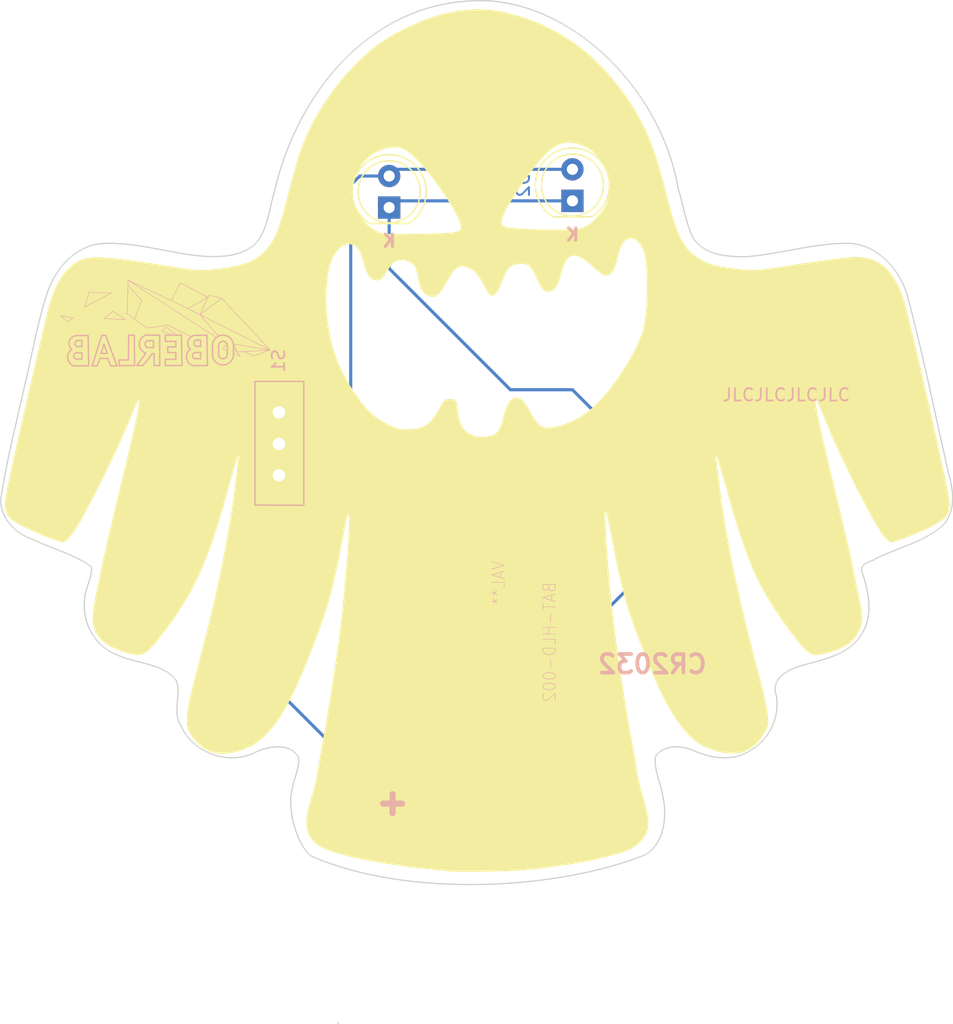
<source format=kicad_pcb>
(kicad_pcb (version 20240108) (generator "pcbnew") (generator_version "8.0")
  (layers (0 "F.Cu" signal) (31 "B.Cu" signal) (34 "B.Paste" user) (35 "F.Paste" user) (36 "B.SilkS" user "B.Silkscreen") (37 "F.SilkS" user "F.Silkscreen") (38 "B.Mask" user) (39 "F.Mask" user) (44 "Edge.Cuts" user))
  (net 0 "")
  (net 1 "Net-(D1-Pad1)")
  (net 2 "Net-(D1-Pad2)")
  (net 3 "Net-(S1-Pad1)")
  (net 4 "Net-(S1-Pad3)")
  (footprint "LOGO" (layer "F.Cu") (at 61.613173 88.159425 90)
    (property "Reference" "G***" (hide yes))
    (property "Value" "LOGO" (hide yes))
  )
  (footprint "LOGO" (layer "F.Cu") (at 61.613173 88.159425 90)
    (property "Reference" "G***" (hide yes))
    (property "Value" "LOGO" (hide yes))
  )
  (footprint "KHF_LIB:LED_D5.0mm" (layer "F.Cu") (at 54.725001 48.314999 90)
    (property "Reference" "D1" (at 1.27 -3.96 90) (layer "B.Cu") (effects (justify mirror)))
    (property "Value" "LED")
    (pad "1" thru_hole rect (at 0 0 90) (size 1.8 1.8) (drill 0.9) (layers "*.Cu" "*.Mask") (net 1 "Net-(D1-Pad1)"))
    (pad "2" thru_hole circle (at 2.54 0 90) (size 1.8 1.8) (drill 0.9) (layers "*.Cu" "*.Mask") (net 2 "Net-(D1-Pad2)"))
  )
  (footprint "LOGO" (layer "F.Cu") (at 59.8944 68.4336)
    (property "Reference" "G***" (hide yes))
    (property "Value" "LOGO" (hide yes))
  )
  (footprint "KHF_LIB:LED_D5.0mm" (layer "F.Cu") (at 69.5 47.775 90)
    (property "Reference" "D2" (at 1.27 -3.96 90) (layer "B.Cu") (effects (justify mirror)))
    (property "Value" "LED")
    (pad "1" thru_hole rect (at 0 0 90) (size 1.8 1.8) (drill 0.9) (layers "*.Cu" "*.Mask") (net 1 "Net-(D1-Pad1)"))
    (pad "2" thru_hole circle (at 2.54 0 90) (size 1.8 1.8) (drill 0.9) (layers "*.Cu" "*.Mask") (net 2 "Net-(D1-Pad2)"))
  )
  (footprint "LOGO" (layer "F.Cu") (at 92.300588 81.350286)
    (property "Reference" "G***" (hide yes))
    (property "Value" "LOGO" (hide yes))
  )
  (footprint "oberlab:ob-logo" (layer "F.Cu") (at 42 75)
    (property "Reference" "G***" (hide yes))
    (property "Value" "LOGO" (hide yes))
  )
  (footprint "KHF_LIB:Micro_Schalter" (layer "B.Cu") (at 45.835001 69.904999 90)
    (property "Reference" "S1" (at 9.24 -0.03 -90) (layer "B.SilkS") (effects (justify mirror)))
    (property "Value" "Micro_Schalter")
    (pad "1" thru_hole circle (at 0 0 90) (size 2 2) (drill 1) (layers "*.Cu" "*.Mask") (net 3 "Net-(S1-Pad1)"))
    (pad "2" thru_hole circle (at 2.54 0 90) (size 2 2) (drill 1) (layers "*.Cu" "*.Mask") (net 2 "Net-(D1-Pad2)"))
    (pad "3" thru_hole circle (at 5.08 0 90) (size 2 2) (drill 1) (layers "*.Cu" "*.Mask") (net 4 "Net-(S1-Pad3)"))
  )
  (footprint "!Goody:BAT-HLD-SMD-Blech" (layer "B.Cu") (at 61.018286 83.109412 -90)
    (property "Reference" "BAT-HLD-002" (at 0.23 -6.64 90) (layer "B.SilkS") (effects (font (size 1 0.9) (thickness 0.05)) (justify mirror)))
    (property "Value" "VAL**" (at -4.52 -2.52 90) (layer "B.SilkS") (effects (font (size 1 0.9) (thickness 0.05)) (justify mirror)))
    (pad "" smd rect (at -12.954 -2.032 270) (size 5 2) (layers "B.Cu" "B.Paste" "B.Mask"))
    (pad "" smd rect (at -12.954 1.524 270) (size 5 2) (layers "B.Cu" "B.Paste" "B.Mask"))
    (pad "1" smd rect (at 12.94 -2.032 270) (size 5 2) (layers "B.Cu" "B.Paste" "B.Mask") (net 3 "Net-(S1-Pad1)"))
    (pad "1" smd rect (at 12.94 1.524 270) (size 5 2) (layers "B.Cu" "B.Paste" "B.Mask") (net 3 "Net-(S1-Pad1)"))
    (pad "2" smd circle (at 0 0 270) (size 17.78 17.78) (layers "B.Cu" "B.Paste" "B.Mask") (net 1 "Net-(D1-Pad1)"))
  )
  (gr_line (start 33.494 84.6449) (end 34.1138 84.8235) (stroke (width 0.1)) (layer "Edge.Cuts"))
  (gr_line (start 72.5399 101.4348) (end 73.2835 101.2186) (stroke (width 0.1)) (layer "Edge.Cuts"))
  (gr_line (start 96.2666 54.7218) (end 96.0887 54.3363) (stroke (width 0.1)) (layer "Edge.Cuts"))
  (gr_line (start 75.8476 100.1361) (end 76.057 99.9172) (stroke (width 0.1)) (layer "Edge.Cuts"))
  (gr_line (start 79.1776 50.6816) (end 78.9864 50.2098) (stroke (width 0.1)) (layer "Edge.Cuts"))
  (gr_line (start 45.6857 91.7822) (end 45.9188 91.7862) (stroke (width 0.1)) (layer "Edge.Cuts"))
  (gr_line (start 48.4535 100.5981) (end 49.2047 100.9075) (stroke (width 0.1)) (layer "Edge.Cuts"))
  (gr_line (start 44.7353 49.8325) (end 44.6269 50.1089) (stroke (width 0.1)) (layer "Edge.Cuts"))
  (gr_line (start 76.545 99.131) (end 76.6626 98.8341) (stroke (width 0.1)) (layer "Edge.Cuts"))
  (gr_line (start 37.9162 52.0002) (end 37.0264 51.8377) (stroke (width 0.1)) (layer "Edge.Cuts"))
  (gr_line (start 65.4436 32.1245) (end 64.7876 31.9539) (stroke (width 0.1)) (layer "Edge.Cuts"))
  (gr_line (start 95.1326 52.9133) (end 94.8377 52.6017) (stroke (width 0.1)) (layer "Edge.Cuts"))
  (gr_line (start 93.3378 81.3569) (end 93.383 81.0407) (stroke (width 0.1)) (layer "Edge.Cuts"))
  (gr_line (start 55.8989 102.5463) (end 56.7953 102.6526) (stroke (width 0.1)) (layer "Edge.Cuts"))
  (gr_line (start 94.6918 76.2711) (end 95.4044 75.9812) (stroke (width 0.1)) (layer "Edge.Cuts"))
  (gr_line (start 96.4178 55.1133) (end 96.2666 54.7218) (stroke (width 0.1)) (layer "Edge.Cuts"))
  (gr_line (start 96.8914 56.9013) (end 96.4178 55.1133) (stroke (width 0.1)) (layer "Edge.Cuts"))
  (gr_line (start 85.6941 89.9375) (end 85.8081 89.6147) (stroke (width 0.1)) (layer "Edge.Cuts"))
  (gr_line (start 73.0922 37.0186) (end 72.5857 36.4923) (stroke (width 0.1)) (layer "Edge.Cuts"))
  (gr_line (start 75.7224 40.5644) (end 75.3373 39.9323) (stroke (width 0.1)) (layer "Edge.Cuts"))
  (gr_line (start 61.9406 31.6358) (end 61.1056 31.664) (stroke (width 0.1)) (layer "Edge.Cuts"))
  (gr_line (start 85.8427 87.0213) (end 85.8796 86.8126) (stroke (width 0.1)) (layer "Edge.Cuts"))
  (gr_line (start 47.3392 41.7689) (end 47.0026 42.48) (stroke (width 0.1)) (layer "Edge.Cuts"))
  (gr_line (start 30.78 82.6841) (end 30.973 82.9739) (stroke (width 0.1)) (layer "Edge.Cuts"))
  (gr_line (start 30.973 82.9739) (end 31.1884 83.2469) (stroke (width 0.1)) (layer "Edge.Cuts"))
  (gr_line (start 69.3469 102.1618) (end 70.1745 102.0014) (stroke (width 0.1)) (layer "Edge.Cuts"))
  (gr_line (start 82.8629 52.2757) (end 82.2547 52.2404) (stroke (width 0.1)) (layer "Edge.Cuts"))
  (gr_line (start 50.7746 101.4543) (end 51.5897 101.6925) (stroke (width 0.1)) (layer "Edge.Cuts"))
  (gr_line (start 61.1056 31.664) (end 60.2884 31.7367) (stroke (width 0.1)) (layer "Edge.Cuts"))
  (gr_line (start 74.5004 38.7145) (end 74.0505 38.1307) (stroke (width 0.1)) (layer "Edge.Cuts"))
  (gr_line (start 93.2684 81.669) (end 93.3378 81.3569) (stroke (width 0.1)) (layer "Edge.Cuts"))
  (gr_line (start 50.3448 37.2171) (end 49.8477 37.8119) (stroke (width 0.1)) (layer "Edge.Cuts"))
  (gr_line (start 35.9822 85.3463) (end 36.275 85.4671) (stroke (width 0.1)) (layer "Edge.Cuts"))
  (gr_line (start 48.4903 39.7157) (end 48.0833 40.3853) (stroke (width 0.1)) (layer "Edge.Cuts"))
  (gr_line (start 46.5812 91.9186) (end 46.7823 92.0087) (stroke (width 0.1)) (layer "Edge.Cuts"))
  (gr_line (start 51.9666 35.5712) (end 51.4045 36.0953) (stroke (width 0.1)) (layer "Edge.Cuts"))
  (gr_line (start 93.0674 77.0561) (end 93.2437 76.9518) (stroke (width 0.1)) (layer "Edge.Cuts"))
  (gr_line (start 76.057 99.9172) (end 76.2427 99.675) (stroke (width 0.1)) (layer "Edge.Cuts"))
  (gr_line (start 44.2075 50.8876) (end 44.0292 51.126) (stroke (width 0.1)) (layer "Edge.Cuts"))
  (gr_line (start 76.3867 94.2012) (end 76.2785 93.7867) (stroke (width 0.1)) (layer "Edge.Cuts"))
  (gr_line (start 91.4312 84.0333) (end 91.7216 83.8482) (stroke (width 0.1)) (layer "Edge.Cuts"))
  (gr_line (start 30.186 81.0547) (end 30.2522 81.3979) (stroke (width 0.1)) (layer "Edge.Cuts"))
  (gr_line (start 76.4052 99.4121) (end 76.545 99.131) (stroke (width 0.1)) (layer "Edge.Cuts"))
  (gr_line (start 87.3469 85.4556) (end 87.7469 85.3083) (stroke (width 0.1)) (layer "Edge.Cuts"))
  (gr_line (start 43.8282 51.3518) (end 43.5577 51.5414) (stroke (width 0.1)) (layer "Edge.Cuts"))
  (gr_line (start 42.8257 92.6005) (end 43.2684 92.4972) (stroke (width 0.1)) (layer "Edge.Cuts"))
  (gr_line (start 46.7798 96.3177) (end 46.7985 96.6718) (stroke (width 0.1)) (layer "Edge.Cuts"))
  (gr_line (start 23.4168 72.1943) (end 23.4626 72.4695) (stroke (width 0.1)) (layer "Edge.Cuts"))
  (gr_line (start 31.683 83.7345) (end 31.9603 83.945) (stroke (width 0.1)) (layer "Edge.Cuts"))
  (gr_line (start 78.0222 46.7613) (end 77.8814 46.0399) (stroke (width 0.1)) (layer "Edge.Cuts"))
  (gr_line (start 89.3975 51.3592) (end 88.4033 51.5102) (stroke (width 0.1)) (layer "Edge.Cuts"))
  (gr_line (start 47.1412 92.2681) (end 47.2946 92.4408) (stroke (width 0.1)) (layer "Edge.Cuts"))
  (gr_line (start 93.31 79.4303) (end 93.1757 78.7897) (stroke (width 0.1)) (layer "Edge.Cuts"))
  (gr_line (start 24.0453 73.6988) (end 24.2212 73.911) (stroke (width 0.1)) (layer "Edge.Cuts"))
  (gr_line (start 85.9974 88.2647) (end 85.9739 87.9224) (stroke (width 0.1)) (layer "Edge.Cuts"))
  (gr_line (start 37.6111 88.9649) (end 37.6272 89.1945) (stroke (width 0.1)) (layer "Edge.Cuts"))
  (gr_line (start 77.5798 91.7928) (end 77.8094 91.7789) (stroke (width 0.1)) (layer "Edge.Cuts"))
  (gr_line (start 80.7852 51.9449) (end 80.5134 51.8359) (stroke (width 0.1)) (layer "Edge.Cuts"))
  (gr_line (start 41.416 52.2307) (end 40.759 52.2686) (stroke (width 0.1)) (layer "Edge.Cuts"))
  (gr_line (start 82.1036 92.6533) (end 82.3836 92.6217) (stroke (width 0.1)) (layer "Edge.Cuts"))
  (gr_line (start 97.5427 75.1021) (end 97.885 74.9317) (stroke (width 0.1)) (layer "Edge.Cuts"))
  (gr_line (start 30.6105 82.3796) (end 30.78 82.6841) (stroke (width 0.1)) (layer "Edge.Cuts"))
  (gr_line (start 99.9953 72.8572) (end 100.0658 72.5892) (stroke (width 0.1)) (layer "Edge.Cuts"))
  (gr_line (start 90.1557 84.6072) (end 90.4874 84.4847) (stroke (width 0.1)) (layer "Edge.Cuts"))
  (gr_line (start 47.6533 99.6096) (end 47.8343 99.9106) (stroke (width 0.1)) (layer "Edge.Cuts"))
  (gr_line (start 85.2061 90.839) (end 85.3923 90.5516) (stroke (width 0.1)) (layer "Edge.Cuts"))
  (gr_line (start 47.0817 98.188) (end 47.1999 98.5655) (stroke (width 0.1)) (layer "Edge.Cuts"))
  (gr_line (start 68.5026 102.3071) (end 69.3469 102.1618) (stroke (width 0.1)) (layer "Edge.Cuts"))
  (gr_line (start 47.3911 93.3424) (end 47.3151 93.6854) (stroke (width 0.1)) (layer "Edge.Cuts"))
  (gr_line (start 46.7985 96.6718) (end 46.839 97.0412) (stroke (width 0.1)) (layer "Edge.Cuts"))
  (gr_line (start 95.4062 53.2455) (end 95.1326 52.9133) (stroke (width 0.1)) (layer "Edge.Cuts"))
  (gr_line (start 40.759 52.2686) (end 40.0989 52.2584) (stroke (width 0.1)) (layer "Edge.Cuts"))
  (gr_line (start 35.373 85.1471) (end 35.9822 85.3463) (stroke (width 0.1)) (layer "Edge.Cuts"))
  (gr_line (start 37.6689 86.8648) (end 37.6948 87.0935) (stroke (width 0.1)) (layer "Edge.Cuts"))
  (gr_line (start 74.9297 39.3154) (end 74.5004 38.7145) (stroke (width 0.1)) (layer "Edge.Cuts"))
  (gr_line (start 92.6807 51.3266) (end 92.2665 51.2402) (stroke (width 0.1)) (layer "Edge.Cuts"))
  (gr_line (start 76.7333 42.5406) (end 76.4213 41.8695) (stroke (width 0.1)) (layer "Edge.Cuts"))
  (gr_line (start 93.4058 80.7213) (end 93.4081 80.3996) (stroke (width 0.1)) (layer "Edge.Cuts"))
  (gr_line (start 100.0658 72.5892) (end 100.1141 72.3155) (stroke (width 0.1)) (layer "Edge.Cuts"))
  (gr_line (start 41.467 92.6275) (end 41.9206 92.6643) (stroke (width 0.1)) (layer "Edge.Cuts"))
  (gr_line (start 45.8979 45.4209) (end 45.6835 46.1733) (stroke (width 0.1)) (layer "Edge.Cuts"))
  (gr_line (start 48.0286 100.1792) (end 48.2353 100.4101) (stroke (width 0.1)) (layer "Edge.Cuts"))
  (gr_line (start 98.5453 74.5513) (end 98.8607 74.3371) (stroke (width 0.1)) (layer "Edge.Cuts"))
  (gr_line (start 79.7723 51.3767) (end 79.5556 51.1736) (stroke (width 0.1)) (layer "Edge.Cuts"))
  (gr_line (start 90.812 84.3496) (end 91.1273 84.1998) (stroke (width 0.1)) (layer "Edge.Cuts"))
  (gr_line (start 39.7472 92.0553) (end 40.1542 92.2593) (stroke (width 0.1)) (layer "Edge.Cuts"))
  (gr_line (start 97.885 74.9317) (end 98.2197 74.7488) (stroke (width 0.1)) (layer "Edge.Cuts"))
  (gr_line (start 93.3583 79.7532) (end 93.31 79.4303) (stroke (width 0.1)) (layer "Edge.Cuts"))
  (gr_line (start 47.6996 41.0702) (end 47.3392 41.7689) (stroke (width 0.1)) (layer "Edge.Cuts"))
  (gr_line (start 93.4665 51.6191) (end 93.0811 51.4539) (stroke (width 0.1)) (layer "Edge.Cuts"))
  (gr_line (start 35.2452 51.5071) (end 34.3522 51.3664) (stroke (width 0.1)) (layer "Edge.Cuts"))
  (gr_line (start 80.0053 51.5536) (end 79.7723 51.3767) (stroke (width 0.1)) (layer "Edge.Cuts"))
  (gr_line (start 93.8359 51.8194) (end 93.4665 51.6191) (stroke (width 0.1)) (layer "Edge.Cuts"))
  (gr_line (start 92.926 77.1849) (end 93.0674 77.0561) (stroke (width 0.1)) (layer "Edge.Cuts"))
  (gr_line (start 99.7729 69.5254) (end 98.9721 65.9129) (stroke (width 0.1)) (layer "Edge.Cuts"))
  (gr_line (start 38.8065 52.1426) (end 37.9162 52.0002) (stroke (width 0.1)) (layer "Edge.Cuts"))
  (gr_line (start 46.8114 95.6764) (end 46.7838 95.9841) (stroke (width 0.1)) (layer "Edge.Cuts"))
  (gr_line (start 37.3244 86.1703) (end 37.5467 86.418) (stroke (width 0.1)) (layer "Edge.Cuts"))
  (gr_line (start 78.9864 50.2098) (end 78.8212 49.7277) (stroke (width 0.1)) (layer "Edge.Cuts"))
  (gr_line (start 51.4045 36.0953) (end 50.8638 36.6444) (stroke (width 0.1)) (layer "Edge.Cuts"))
  (gr_line (start 95.4044 75.9812) (end 96.8407 75.4138) (stroke (width 0.1)) (layer "Edge.Cuts"))
  (gr_line (start 57.9465 32.2077) (end 57.2033 32.4444) (stroke (width 0.1)) (layer "Edge.Cuts"))
  (gr_line (start 68.6152 33.4596) (end 67.9984 33.1317) (stroke (width 0.1)) (layer "Edge.Cuts"))
  (gr_line (start 45.6835 46.1733) (end 45.4943 46.9297) (stroke (width 0.1)) (layer "Edge.Cuts"))
  (gr_line (start 33.1931 84.5397) (end 33.494 84.6449) (stroke (width 0.1)) (layer "Edge.Cuts"))
  (gr_line (start 31.1884 83.2469) (end 31.4254 83.5011) (stroke (width 0.1)) (layer "Edge.Cuts"))
  (gr_line (start 38.6794 91.2187) (end 39.0054 91.5336) (stroke (width 0.1)) (layer "Edge.Cuts"))
  (gr_line (start 49.3727 38.4276) (end 48.9202 39.0626) (stroke (width 0.1)) (layer "Edge.Cuts"))
  (gr_line (start 57.2033 32.4444) (end 56.4791 32.7186) (stroke (width 0.1)) (layer "Edge.Cuts"))
  (gr_line (start 99.1643 74.1039) (end 99.4549 73.8496) (stroke (width 0.1)) (layer "Edge.Cuts"))
  (gr_line (start 49.8477 37.8119) (end 49.3727 38.4276) (stroke (width 0.1)) (layer "Edge.Cuts"))
  (gr_line (start 100.1213 71.1876) (end 100.0386 70.6203) (stroke (width 0.1)) (layer "Edge.Cuts"))
  (gr_line (start 76.9362 97.2006) (end 76.9316 96.8616) (stroke (width 0.1)) (layer "Edge.Cuts"))
  (gr_line (start 46.8635 95.3998) (end 46.8114 95.6764) (stroke (width 0.1)) (layer "Edge.Cuts"))
  (gr_line (start 59.4894 31.8525) (end 58.7086 32.0099) (stroke (width 0.1)) (layer "Edge.Cuts"))
  (gr_line (start 36.8279 85.7679) (end 37.0841 85.9547) (stroke (width 0.1)) (layer "Edge.Cuts"))
  (gr_line (start 85.9917 88.6071) (end 85.9974 88.2647) (stroke (width 0.1)) (layer "Edge.Cuts"))
  (gr_line (start 63.1835 102.8425) (end 64.0916 102.7954) (stroke (width 0.1)) (layer "Edge.Cuts"))
  (gr_line (start 40.1542 92.2593) (end 40.5794 92.4236) (stroke (width 0.1)) (layer "Edge.Cuts"))
  (gr_line (start 76.9257 91.9614) (end 77.1362 91.8827) (stroke (width 0.1)) (layer "Edge.Cuts"))
  (gr_line (start 36.275 85.4671) (end 36.5576 85.6065) (stroke (width 0.1)) (layer "Edge.Cuts"))
  (gr_line (start 30.2522 81.3979) (end 30.3457 81.7344) (stroke (width 0.1)) (layer "Edge.Cuts"))
  (gr_line (start 76.7251 92.0645) (end 76.9257 91.9614) (stroke (width 0.1)) (layer "Edge.Cuts"))
  (gr_line (start 59.5227 102.8494) (end 60.4387 102.8757) (stroke (width 0.1)) (layer "Edge.Cuts"))
  (gr_line (start 64.1267 31.8179) (end 63.4616 31.7174) (stroke (width 0.1)) (layer "Edge.Cuts"))
  (gr_line (start 48.2353 100.4101) (end 48.4535 100.5981) (stroke (width 0.1)) (layer "Edge.Cuts"))
  (gr_line (start 24.4131 74.1104) (end 24.6194 74.2964) (stroke (width 0.1)) (layer "Edge.Cuts"))
  (gr_line (start 24.8385 74.4684) (end 25.0687 74.6258) (stroke (width 0.1)) (layer "Edge.Cuts"))
  (gr_line (start 65.887 102.6494) (end 66.771 102.5513) (stroke (width 0.1)) (layer "Edge.Cuts"))
  (gr_line (start 32.1063 51.1958) (end 31.6539 51.2065) (stroke (width 0.1)) (layer "Edge.Cuts"))
  (gr_line (start 46.1473 91.8091) (end 46.3688 91.8526) (stroke (width 0.1)) (layer "Edge.Cuts"))
  (gr_line (start 30.1479 80.707) (end 30.186 81.0547) (stroke (width 0.1)) (layer "Edge.Cuts"))
  (gr_line (start 46.6898 43.2022) (end 46.4013 43.934) (stroke (width 0.1)) (layer "Edge.Cuts"))
  (gr_line (start 83.9555 91.9993) (end 84.2454 91.8107) (stroke (width 0.1)) (layer "Edge.Cuts"))
  (gr_line (start 30.1878 79.6533) (end 30.16 80.0059) (stroke (width 0.1)) (layer "Edge.Cuts"))
  (gr_line (start 26.0684 75.096) (end 26.6532 75.3625) (stroke (width 0.1)) (layer "Edge.Cuts"))
  (gr_line (start 91.9963 83.6423) (end 92.2533 83.4138) (stroke (width 0.1)) (layer "Edge.Cuts"))
  (gr_line (start 37.0264 51.8377) (end 35.2452 51.5071) (stroke (width 0.1)) (layer "Edge.Cuts"))
  (gr_line (start 100.1141 72.3155) (end 100.142 72.0373) (stroke (width 0.1)) (layer "Edge.Cuts"))
  (gr_line (start 44.1122 92.1407) (end 44.5289 91.9865) (stroke (width 0.1)) (layer "Edge.Cuts"))
  (gr_line (start 55.0117 102.4191) (end 55.8989 102.5463) (stroke (width 0.1)) (layer "Edge.Cuts"))
  (gr_line (start 78.1641 47.252) (end 78.0222 46.7613) (stroke (width 0.1)) (layer "Edge.Cuts"))
  (gr_line (start 58.7086 32.0099) (end 57.9465 32.2077) (stroke (width 0.1)) (layer "Edge.Cuts"))
  (gr_line (start 37.6948 87.0935) (end 37.7028 87.3249) (stroke (width 0.1)) (layer "Edge.Cuts"))
  (gr_line (start 58.6089 102.8037) (end 59.5227 102.8494) (stroke (width 0.1)) (layer "Edge.Cuts"))
  (gr_line (start 54.1355 102.2705) (end 55.0117 102.4191) (stroke (width 0.1)) (layer "Edge.Cuts"))
  (gr_line (start 74.0505 38.1307) (end 73.5808 37.5651) (stroke (width 0.1)) (layer "Edge.Cuts"))
  (gr_line (start 92.2665 51.2402) (end 91.8394 51.1976) (stroke (width 0.1)) (layer "Edge.Cuts"))
  (gr_line (start 23.785 69.6365) (end 23.5783 70.7717) (stroke (width 0.1)) (layer "Edge.Cuts"))
  (gr_line (start 99.6324 73.6158) (end 99.7804 73.3717) (stroke (width 0.1)) (layer "Edge.Cuts"))
  (gr_line (start 25.0687 74.6258) (end 25.3084 74.7679) (stroke (width 0.1)) (layer "Edge.Cuts"))
  (gr_line (start 93.0036 78.162) (end 92.8085 77.5547) (stroke (width 0.1)) (layer "Edge.Cuts"))
  (gr_line (start 81.0666 52.0349) (end 80.7852 51.9449) (stroke (width 0.1)) (layer "Edge.Cuts"))
  (gr_line (start 56.7953 102.6526) (end 57.6992 102.7382) (stroke (width 0.1)) (layer "Edge.Cuts"))
  (gr_line (start 87.7469 85.3083) (end 88.1346 85.1899) (stroke (width 0.1)) (layer "Edge.Cuts"))
  (gr_line (start 76.6626 98.8341) (end 76.7586 98.5239) (stroke (width 0.1)) (layer "Edge.Cuts"))
  (gr_line (start 77.8814 46.0399) (end 77.7097 45.3242) (stroke (width 0.1)) (layer "Edge.Cuts"))
  (gr_line (start 39.445 52.2123) (end 38.8065 52.1426) (stroke (width 0.1)) (layer "Edge.Cuts"))
  (gr_line (start 43.5577 51.5414) (end 43.276 51.7051) (stroke (width 0.1)) (layer "Edge.Cuts"))
  (gr_line (start 25.556 74.894) (end 25.8099 75.0036) (stroke (width 0.1)) (layer "Edge.Cuts"))
  (gr_line (start 67.9984 33.1317) (end 67.3718 32.8333) (stroke (width 0.1)) (layer "Edge.Cuts"))
  (gr_line (start 30.1213 51.6008) (end 29.7756 51.7834) (stroke (width 0.1)) (layer "Edge.Cuts"))
  (gr_line (start 23.3983 71.9109) (end 23.4168 72.1943) (stroke (width 0.1)) (layer "Edge.Cuts"))
  (gr_line (start 52.5499 35.0734) (end 51.9666 35.5712) (stroke (width 0.1)) (layer "Edge.Cuts"))
  (gr_line (start 28.0595 53.3992) (end 27.8385 53.7327) (stroke (width 0.1)) (layer "Edge.Cuts"))
  (gr_line (start 93.0811 51.4539) (end 92.6807 51.3266) (stroke (width 0.1)) (layer "Edge.Cuts"))
  (gr_line (start 23.748 73.2389) (end 23.887 73.4746) (stroke (width 0.1)) (layer "Edge.Cuts"))
  (gr_line (start 98.1752 62.2994) (end 97.7646 60.4957) (stroke (width 0.1)) (layer "Edge.Cuts"))
  (gr_line (start 78.2941 47.7475) (end 78.1641 47.252) (stroke (width 0.1)) (layer "Edge.Cuts"))
  (gr_line (start 79.6005 92.2256) (end 80.135 92.4144) (stroke (width 0.1)) (layer "Edge.Cuts"))
  (gr_line (start 85.437 52.0413) (end 84.4503 52.186) (stroke (width 0.1)) (layer "Edge.Cuts"))
  (gr_line (start 34.1138 84.8235) (end 34.7452 84.9818) (stroke (width 0.1)) (layer "Edge.Cuts"))
  (gr_line (start 85.8962 89.284) (end 85.9577 88.9475) (stroke (width 0.1)) (layer "Edge.Cuts"))
  (gr_line (start 43.276 51.7051) (end 42.9843 51.8446) (stroke (width 0.1)) (layer "Edge.Cuts"))
  (gr_line (start 93.1757 78.7897) (end 93.0036 78.162) (stroke (width 0.1)) (layer "Edge.Cuts"))
  (gr_line (start 46.839 97.0412) (end 46.9003 97.4206) (stroke (width 0.1)) (layer "Edge.Cuts"))
  (gr_line (start 98.2197 74.7488) (end 98.5453 74.5513) (stroke (width 0.1)) (layer "Edge.Cuts"))
  (gr_line (start 31.2495 51.2498) (end 30.8588 51.3316) (stroke (width 0.1)) (layer "Edge.Cuts"))
  (gr_line (start 81.6515 52.1649) (end 81.3559 52.1076) (stroke (width 0.1)) (layer "Edge.Cuts"))
  (gr_line (start 31.6539 51.2065) (end 31.2495 51.2498) (stroke (width 0.1)) (layer "Edge.Cuts"))
  (gr_line (start 99.9177 70.0631) (end 99.7729 69.5254) (stroke (width 0.1)) (layer "Edge.Cuts"))
  (gr_line (start 45.4943 46.9297) (end 45.3392 47.4999) (stroke (width 0.1)) (layer "Edge.Cuts"))
  (gr_line (start 39.0054 91.5336) (end 39.3629 91.8129) (stroke (width 0.1)) (layer "Edge.Cuts"))
  (gr_line (start 84.7672 91.3643) (end 84.9974 91.1105) (stroke (width 0.1)) (layer "Edge.Cuts"))
  (gr_line (start 83.1988 92.4088) (end 83.4589 92.2953) (stroke (width 0.1)) (layer "Edge.Cuts"))
  (gr_line (start 76.3606 92.3495) (end 76.5362 92.1934) (stroke (width 0.1)) (layer "Edge.Cuts"))
  (gr_line (start 73.5808 37.5651) (end 73.0922 37.0186) (stroke (width 0.1)) (layer "Edge.Cuts"))
  (gr_line (start 64.7876 31.9539) (end 64.1267 31.8179) (stroke (width 0.1)) (layer "Edge.Cuts"))
  (gr_line (start 44.3651 50.6377) (end 44.2075 50.8876) (stroke (width 0.1)) (layer "Edge.Cuts"))
  (gr_line (start 85.9441 86.6192) (end 86.0337 86.4404) (stroke (width 0.1)) (layer "Edge.Cuts"))
  (gr_line (start 40.5794 92.4236) (end 41.0185 92.5468) (stroke (width 0.1)) (layer "Edge.Cuts"))
  (gr_line (start 28.5595 52.7776) (end 28.3 53.08) (stroke (width 0.1)) (layer "Edge.Cuts"))
  (gr_line (start 96.0887 54.3363) (end 95.8853 53.9599) (stroke (width 0.1)) (layer "Edge.Cuts"))
  (gr_line (start 79.5556 51.1736) (end 79.3568 50.9425) (stroke (width 0.1)) (layer "Edge.Cuts"))
  (gr_line (start 76.7364 95.4468) (end 76.6315 95.0306) (stroke (width 0.1)) (layer "Edge.Cuts"))
  (gr_line (start 80.6887 92.5557) (end 81.2536 92.6421) (stroke (width 0.1)) (layer "Edge.Cuts"))
  (gr_line (start 45.4943 46.9297) (end 45.4943 46.9297) (stroke (width 0.1)) (layer "Edge.Cuts"))
  (gr_line (start 46.1373 44.674) (end 45.8979 45.4209) (stroke (width 0.1)) (layer "Edge.Cuts"))
  (gr_line (start 77.3548 91.827) (end 77.5798 91.7928) (stroke (width 0.1)) (layer "Edge.Cuts"))
  (gr_line (start 27.4574 54.4329) (end 27.2984 54.7949) (stroke (width 0.1)) (layer "Edge.Cuts"))
  (gr_line (start 76.5362 92.1934) (end 76.7251 92.0645) (stroke (width 0.1)) (layer "Edge.Cuts"))
  (gr_line (start 43.2684 92.4972) (end 43.6987 92.3444) (stroke (width 0.1)) (layer "Edge.Cuts"))
  (gr_line (start 77.5081 44.6155) (end 77.2776 43.9146) (stroke (width 0.1)) (layer "Edge.Cuts"))
  (gr_line (start 90.8977 51.2174) (end 90.3963 51.2505) (stroke (width 0.1)) (layer "Edge.Cuts"))
  (gr_line (start 85.8796 86.8126) (end 85.9441 86.6192) (stroke (width 0.1)) (layer "Edge.Cuts"))
  (gr_line (start 47.2175 94.0264) (end 47.0079 94.7083) (stroke (width 0.1)) (layer "Edge.Cuts"))
  (gr_line (start 75.614 100.3292) (end 75.8476 100.1361) (stroke (width 0.1)) (layer "Edge.Cuts"))
  (gr_line (start 27.1613 55.1615) (end 26.8703 56.1095) (stroke (width 0.1)) (layer "Edge.Cuts"))
  (gr_line (start 30.2582 79.3087) (end 30.1878 79.6533) (stroke (width 0.1)) (layer "Edge.Cuts"))
  (gr_line (start 30.8588 51.3316) (end 30.4826 51.4494) (stroke (width 0.1)) (layer "Edge.Cuts"))
  (gr_line (start 75.3373 39.9323) (end 74.9297 39.3154) (stroke (width 0.1)) (layer "Edge.Cuts"))
  (gr_line (start 37.7235 89.6435) (end 37.812 89.8617) (stroke (width 0.1)) (layer "Edge.Cuts"))
  (gr_line (start 52.4228 101.9076) (end 53.2719 102.1001) (stroke (width 0.1)) (layer "Edge.Cuts"))
  (gr_line (start 88.1346 85.1899) (end 89.4793 84.8224) (stroke (width 0.1)) (layer "Edge.Cuts"))
  (gr_line (start 84.9974 91.1105) (end 85.2061 90.839) (stroke (width 0.1)) (layer "Edge.Cuts"))
  (gr_line (start 76.2007 93.3712) (end 76.1694 92.9539) (stroke (width 0.1)) (layer "Edge.Cuts"))
  (gr_line (start 86.4276 85.985) (end 86.592 85.858) (stroke (width 0.1)) (layer "Edge.Cuts"))
  (gr_line (start 37.5467 86.418) (end 37.621 86.6394) (stroke (width 0.1)) (layer "Edge.Cuts"))
  (gr_line (start 24.6194 74.2964) (end 24.8385 74.4684) (stroke (width 0.1)) (layer "Edge.Cuts"))
  (gr_line (start 81.5376 92.6625) (end 81.8213 92.6666) (stroke (width 0.1)) (layer "Edge.Cuts"))
  (gr_line (start 28.452 76.0839) (end 29.0463 76.3344) (stroke (width 0.1)) (layer "Edge.Cuts"))
  (gr_line (start 54.4239 33.7523) (end 53.7788 34.1626) (stroke (width 0.1)) (layer "Edge.Cuts"))
  (gr_line (start 95.8853 53.9599) (end 95.6575 53.5953) (stroke (width 0.1)) (layer "Edge.Cuts"))
  (gr_line (start 43.6987 92.3444) (end 44.1122 92.1407) (stroke (width 0.1)) (layer "Edge.Cuts"))
  (gr_line (start 37.6106 88.7329) (end 37.6111 88.9649) (stroke (width 0.1)) (layer "Edge.Cuts"))
  (gr_line (start 66.771 102.5513) (end 67.6434 102.4371) (stroke (width 0.1)) (layer "Edge.Cuts"))
  (gr_line (start 49.979 101.1928) (end 50.7746 101.4543) (stroke (width 0.1)) (layer "Edge.Cuts"))
  (gr_line (start 76.9084 96.5244) (end 76.8672 96.1915) (stroke (width 0.1)) (layer "Edge.Cuts"))
  (gr_line (start 37.0841 85.9547) (end 37.3244 86.1703) (stroke (width 0.1)) (layer "Edge.Cuts"))
  (gr_line (start 76.2002 92.5342) (end 76.3606 92.3495) (stroke (width 0.1)) (layer "Edge.Cuts"))
  (gr_line (start 42.9843 51.8446) (end 42.6838 51.9612) (stroke (width 0.1)) (layer "Edge.Cuts"))
  (gr_line (start 36.5576 85.6065) (end 36.8279 85.7679) (stroke (width 0.1)) (layer "Edge.Cuts"))
  (gr_line (start 93.641 76.7785) (end 93.8318 76.6901) (stroke (width 0.1)) (layer "Edge.Cuts"))
  (gr_line (start 29.7756 51.7834) (end 29.446 51.9948) (stroke (width 0.1)) (layer "Edge.Cuts"))
  (gr_line (start 23.887 73.4746) (end 24.0453 73.6988) (stroke (width 0.1)) (layer "Edge.Cuts"))
  (gr_line (start 89.4793 84.8224) (end 90.1557 84.6072) (stroke (width 0.1)) (layer "Edge.Cuts"))
  (gr_line (start 46.9816 97.8046) (end 47.0817 98.188) (stroke (width 0.1)) (layer "Edge.Cuts"))
  (gr_line (start 45.4943 46.9297) (end 45.4943 46.9297) (stroke (width 0.1)) (layer "Edge.Cuts"))
  (gr_line (start 53.154 34.6034) (end 52.5499 35.0734) (stroke (width 0.1)) (layer "Edge.Cuts"))
  (gr_line (start 24.0131 68.5047) (end 23.785 69.6365) (stroke (width 0.1)) (layer "Edge.Cuts"))
  (gr_line (start 85.9739 87.9224) (end 85.9204 87.5822) (stroke (width 0.1)) (layer "Edge.Cuts"))
  (gr_line (start 70.9836 101.8266) (end 71.7727 101.6375) (stroke (width 0.1)) (layer "Edge.Cuts"))
  (gr_line (start 77.1362 91.8827) (end 77.3548 91.827) (stroke (width 0.1)) (layer "Edge.Cuts"))
  (gr_line (start 64.9933 102.7308) (end 65.887 102.6494) (stroke (width 0.1)) (layer "Edge.Cuts"))
  (gr_line (start 98.9721 65.9129) (end 98.1752 62.2994) (stroke (width 0.1)) (layer "Edge.Cuts"))
  (gr_line (start 79.3568 50.9425) (end 79.1776 50.6816) (stroke (width 0.1)) (layer "Edge.Cuts"))
  (gr_line (start 25.5144 61.9061) (end 25.2871 62.8703) (stroke (width 0.1)) (layer "Edge.Cuts"))
  (gr_line (start 100.1438 71.4722) (end 100.1213 71.1876) (stroke (width 0.1)) (layer "Edge.Cuts"))
  (gr_line (start 75.3556 100.494) (end 75.614 100.3292) (stroke (width 0.1)) (layer "Edge.Cuts"))
  (gr_line (start 66.0935 32.3286) (end 65.4436 32.1245) (stroke (width 0.1)) (layer "Edge.Cuts"))
  (gr_line (start 48.9202 39.0626) (end 48.4903 39.7157) (stroke (width 0.1)) (layer "Edge.Cuts"))
  (gr_line (start 23.6298 72.9924) (end 23.748 73.2389) (stroke (width 0.1)) (layer "Edge.Cuts"))
  (gr_line (start 46.3688 91.8526) (end 46.5812 91.9186) (stroke (width 0.1)) (layer "Edge.Cuts"))
  (gr_line (start 45.3392 47.4999) (end 45.2027 48.0854) (stroke (width 0.1)) (layer "Edge.Cuts"))
  (gr_line (start 37.682 87.793) (end 37.6401 88.2641) (stroke (width 0.1)) (layer "Edge.Cuts"))
  (gr_line (start 37.6401 88.2641) (end 37.6106 88.7329) (stroke (width 0.1)) (layer "Edge.Cuts"))
  (gr_line (start 78.8212 49.7277) (end 78.6756 49.238) (stroke (width 0.1)) (layer "Edge.Cuts"))
  (gr_line (start 25.7294 60.9378) (end 25.5144 61.9061) (stroke (width 0.1)) (layer "Edge.Cuts"))
  (gr_line (start 77.2776 43.9146) (end 77.019 43.2226) (stroke (width 0.1)) (layer "Edge.Cuts"))
  (gr_line (start 76.8876 97.8738) (end 76.9217 97.5388) (stroke (width 0.1)) (layer "Edge.Cuts"))
  (gr_line (start 71.7727 101.6375) (end 72.5399 101.4348) (stroke (width 0.1)) (layer "Edge.Cuts"))
  (gr_line (start 74.0018 100.9895) (end 74.6931 100.7478) (stroke (width 0.1)) (layer "Edge.Cuts"))
  (gr_line (start 81.2536 92.6421) (end 81.5376 92.6625) (stroke (width 0.1)) (layer "Edge.Cuts"))
  (gr_line (start 42.375 92.6557) (end 42.8257 92.6005) (stroke (width 0.1)) (layer "Edge.Cuts"))
  (gr_line (start 76.8334 98.203) (end 76.8876 97.8738) (stroke (width 0.1)) (layer "Edge.Cuts"))
  (gr_line (start 47.4276 92.6445) (end 47.4328 92.9959) (stroke (width 0.1)) (layer "Edge.Cuts"))
  (gr_line (start 45.4501 91.7955) (end 45.6857 91.7822) (stroke (width 0.1)) (layer "Edge.Cuts"))
  (gr_line (start 56.4791 32.7186) (end 55.7743 33.0289) (stroke (width 0.1)) (layer "Edge.Cuts"))
  (gr_line (start 100.1513 71.7558) (end 100.1438 71.4722) (stroke (width 0.1)) (layer "Edge.Cuts"))
  (gr_line (start 82.6601 92.5711) (end 82.9322 92.5004) (stroke (width 0.1)) (layer "Edge.Cuts"))
  (gr_line (start 62.2709 102.8719) (end 63.1835 102.8425) (stroke (width 0.1)) (layer "Edge.Cuts"))
  (gr_line (start 76.2427 99.675) (end 76.4052 99.4121) (stroke (width 0.1)) (layer "Edge.Cuts"))
  (gr_line (start 76.084 41.2104) (end 75.7224 40.5644) (stroke (width 0.1)) (layer "Edge.Cuts"))
  (gr_line (start 38.389 90.8698) (end 38.6794 91.2187) (stroke (width 0.1)) (layer "Edge.Cuts"))
  (gr_line (start 84.5162 91.5984) (end 84.7672 91.3643) (stroke (width 0.1)) (layer "Edge.Cuts"))
  (gr_line (start 85.3923 90.5516) (end 85.5553 90.2505) (stroke (width 0.1)) (layer "Edge.Cuts"))
  (gr_line (start 32.5574 51.2024) (end 32.1063 51.1958) (stroke (width 0.1)) (layer "Edge.Cuts"))
  (gr_line (start 26.3724 58.0296) (end 26.1514 58.9974) (stroke (width 0.1)) (layer "Edge.Cuts"))
  (gr_line (start 81.3559 52.1076) (end 81.0666 52.0349) (stroke (width 0.1)) (layer "Edge.Cuts"))
  (gr_line (start 76.9217 97.5388) (end 76.9362 97.2006) (stroke (width 0.1)) (layer "Edge.Cuts"))
  (gr_line (start 30.6636 77.9594) (end 30.574 78.2973) (stroke (width 0.1)) (layer "Edge.Cuts"))
  (gr_line (start 93.3916 80.0766) (end 93.3583 79.7532) (stroke (width 0.1)) (layer "Edge.Cuts"))
  (gr_line (start 94.8377 52.6017) (end 94.5226 52.3136) (stroke (width 0.1)) (layer "Edge.Cuts"))
  (gr_line (start 47.3151 93.6854) (end 47.2175 94.0264) (stroke (width 0.1)) (layer "Edge.Cuts"))
  (gr_line (start 27.2494 75.6088) (end 28.452 76.0839) (stroke (width 0.1)) (layer "Edge.Cuts"))
  (gr_line (start 44.9175 49.2619) (end 44.7353 49.8325) (stroke (width 0.1)) (layer "Edge.Cuts"))
  (gr_line (start 42.3755 52.0566) (end 42.0607 52.1323) (stroke (width 0.1)) (layer "Edge.Cuts"))
  (gr_line (start 30.1389 80.3567) (end 30.1479 80.707) (stroke (width 0.1)) (layer "Edge.Cuts"))
  (gr_line (start 40.0989 52.2584) (end 39.445 52.2123) (stroke (width 0.1)) (layer "Edge.Cuts"))
  (gr_line (start 63.4616 31.7174) (end 62.7932 31.6535) (stroke (width 0.1)) (layer "Edge.Cuts"))
  (gr_line (start 25.8099 75.0036) (end 26.0684 75.096) (stroke (width 0.1)) (layer "Edge.Cuts"))
  (gr_line (start 76.7586 98.5239) (end 76.8334 98.203) (stroke (width 0.1)) (layer "Edge.Cuts"))
  (gr_line (start 76.6315 95.0306) (end 76.3867 94.2012) (stroke (width 0.1)) (layer "Edge.Cuts"))
  (gr_line (start 25.3084 74.7679) (end 25.556 74.894) (stroke (width 0.1)) (layer "Edge.Cuts"))
  (gr_line (start 82.3836 92.6217) (end 82.6601 92.5711) (stroke (width 0.1)) (layer "Edge.Cuts"))
  (gr_line (start 86.0337 86.4404) (end 86.1459 86.2755) (stroke (width 0.1)) (layer "Edge.Cuts"))
  (gr_line (start 79.185 92.0405) (end 79.6005 92.2256) (stroke (width 0.1)) (layer "Edge.Cuts"))
  (gr_line (start 38.1388 90.488) (end 38.389 90.8698) (stroke (width 0.1)) (layer "Edge.Cuts"))
  (gr_line (start 30.574 78.2973) (end 30.4665 78.6332) (stroke (width 0.1)) (layer "Edge.Cuts"))
  (gr_line (start 81.8213 92.6666) (end 82.1036 92.6533) (stroke (width 0.1)) (layer "Edge.Cuts"))
  (gr_line (start 60.2884 31.7367) (end 59.4894 31.8525) (stroke (width 0.1)) (layer "Edge.Cuts"))
  (gr_line (start 44.6269 50.1089) (end 44.5042 50.3778) (stroke (width 0.1)) (layer "Edge.Cuts"))
  (gr_line (start 94.5226 52.3136) (end 94.1883 52.0519) (stroke (width 0.1)) (layer "Edge.Cuts"))
  (gr_line (start 85.8361 87.246) (end 85.8427 87.0213) (stroke (width 0.1)) (layer "Edge.Cuts"))
  (gr_line (start 70.9678 35.0448) (end 70.3987 34.6095) (stroke (width 0.1)) (layer "Edge.Cuts"))
  (gr_line (start 55.0892 33.3739) (end 54.4239 33.7523) (stroke (width 0.1)) (layer "Edge.Cuts"))
  (gr_line (start 32.2564 84.1307) (end 32.5702 84.2894) (stroke (width 0.1)) (layer "Edge.Cuts"))
  (gr_line (start 32.9008 84.4192) (end 33.1931 84.5397) (stroke (width 0.1)) (layer "Edge.Cuts"))
  (gr_line (start 86.9551 85.637) (end 87.3469 85.4556) (stroke (width 0.1)) (layer "Edge.Cuts"))
  (gr_line (start 86.1459 86.2755) (end 86.278 86.124) (stroke (width 0.1)) (layer "Edge.Cuts"))
  (gr_line (start 80.2529 51.706) (end 80.0053 51.5536) (stroke (width 0.1)) (layer "Edge.Cuts"))
  (gr_line (start 92.7053 82.8805) (end 92.8961 82.5717) (stroke (width 0.1)) (layer "Edge.Cuts"))
  (gr_line (start 24.2212 73.911) (end 24.4131 74.1104) (stroke (width 0.1)) (layer "Edge.Cuts"))
  (gr_line (start 47.3352 98.9318) (end 47.4867 99.2816) (stroke (width 0.1)) (layer "Edge.Cuts"))
  (gr_line (start 30.4655 82.0623) (end 30.6105 82.3796) (stroke (width 0.1)) (layer "Edge.Cuts"))
  (gr_line (start 46.9003 97.4206) (end 46.9816 97.8046) (stroke (width 0.1)) (layer "Edge.Cuts"))
  (gr_line (start 78.2753 91.8059) (end 78.5081 91.8441) (stroke (width 0.1)) (layer "Edge.Cuts"))
  (gr_line (start 83.4589 92.2953) (end 83.7115 92.1592) (stroke (width 0.1)) (layer "Edge.Cuts"))
  (gr_line (start 95.6575 53.5953) (end 95.4062 53.2455) (stroke (width 0.1)) (layer "Edge.Cuts"))
  (gr_line (start 69.2215 33.8159) (end 68.6152 33.4596) (stroke (width 0.1)) (layer "Edge.Cuts"))
  (gr_line (start 67.6434 102.4371) (end 68.5026 102.3071) (stroke (width 0.1)) (layer "Edge.Cuts"))
  (gr_line (start 88.4033 51.5102) (end 87.4125 51.6859) (stroke (width 0.1)) (layer "Edge.Cuts"))
  (gr_line (start 66.7366 32.5652) (end 66.0935 32.3286) (stroke (width 0.1)) (layer "Edge.Cuts"))
  (gr_line (start 55.7743 33.0289) (end 55.0892 33.3739) (stroke (width 0.1)) (layer "Edge.Cuts"))
  (gr_line (start 84.4503 52.186) (end 83.4628 52.2852) (stroke (width 0.1)) (layer "Edge.Cuts"))
  (gr_line (start 37.812 89.8617) (end 37.933 90.0749) (stroke (width 0.1)) (layer "Edge.Cuts"))
  (gr_line (start 83.4628 52.2852) (end 82.8629 52.2757) (stroke (width 0.1)) (layer "Edge.Cuts"))
  (gr_line (start 51.5897 101.6925) (end 52.4228 101.9076) (stroke (width 0.1)) (layer "Edge.Cuts"))
  (gr_line (start 25.2871 62.8703) (end 24.2573 67.3754) (stroke (width 0.1)) (layer "Edge.Cuts"))
  (gr_line (start 27.6376 54.0781) (end 27.4574 54.4329) (stroke (width 0.1)) (layer "Edge.Cuts"))
  (gr_line (start 29.0463 76.3344) (end 29.6278 76.608) (stroke (width 0.1)) (layer "Edge.Cuts"))
  (gr_line (start 76.2785 93.7867) (end 76.2007 93.3712) (stroke (width 0.1)) (layer "Edge.Cuts"))
  (gr_line (start 69.8163 34.1996) (end 69.2215 33.8159) (stroke (width 0.1)) (layer "Edge.Cuts"))
  (gr_line (start 47.4328 92.9959) (end 47.3911 93.3424) (stroke (width 0.1)) (layer "Edge.Cuts"))
  (gr_line (start 46.9213 95.0521) (end 46.8635 95.3998) (stroke (width 0.1)) (layer "Edge.Cuts"))
  (gr_line (start 26.6532 75.3625) (end 27.2494 75.6088) (stroke (width 0.1)) (layer "Edge.Cuts"))
  (gr_line (start 41.9206 92.6643) (end 42.375 92.6557) (stroke (width 0.1)) (layer "Edge.Cuts"))
  (gr_line (start 44.0292 51.126) (end 43.8282 51.3518) (stroke (width 0.1)) (layer "Edge.Cuts"))
  (gr_line (start 100.142 72.0373) (end 100.1513 71.7558) (stroke (width 0.1)) (layer "Edge.Cuts"))
  (gr_line (start 61.3554 102.8831) (end 62.2709 102.8719) (stroke (width 0.1)) (layer "Edge.Cuts"))
  (gr_line (start 44.5289 91.9865) (end 44.9808 91.8669) (stroke (width 0.1)) (layer "Edge.Cuts"))
  (gr_line (start 78.6756 49.238) (end 78.5435 48.743) (stroke (width 0.1)) (layer "Edge.Cuts"))
  (gr_line (start 86.278 86.124) (end 86.4276 85.985) (stroke (width 0.1)) (layer "Edge.Cuts"))
  (gr_line (start 64.0916 102.7954) (end 64.9933 102.7308) (stroke (width 0.1)) (layer "Edge.Cuts"))
  (gr_line (start 91.4007 51.2016) (end 90.8977 51.2174) (stroke (width 0.1)) (layer "Edge.Cuts"))
  (gr_line (start 72.0622 35.9872) (end 71.5225 35.5044) (stroke (width 0.1)) (layer "Edge.Cuts"))
  (gr_line (start 90.4874 84.4847) (end 90.812 84.3496) (stroke (width 0.1)) (layer "Edge.Cuts"))
  (gr_line (start 71.5225 35.5044) (end 70.9678 35.0448) (stroke (width 0.1)) (layer "Edge.Cuts"))
  (gr_line (start 30.7284 77.2676) (end 30.7201 77.617) (stroke (width 0.1)) (layer "Edge.Cuts"))
  (gr_line (start 91.1273 84.1998) (end 91.4312 84.0333) (stroke (width 0.1)) (layer "Edge.Cuts"))
  (gr_line (start 93.4081 80.3996) (end 93.3916 80.0766) (stroke (width 0.1)) (layer "Edge.Cuts"))
  (gr_line (start 84.2454 91.8107) (end 84.5162 91.5984) (stroke (width 0.1)) (layer "Edge.Cuts"))
  (gr_line (start 47.1999 98.5655) (end 47.3352 98.9318) (stroke (width 0.1)) (layer "Edge.Cuts"))
  (gr_line (start 77.8094 91.7789) (end 78.0418 91.7837) (stroke (width 0.1)) (layer "Edge.Cuts"))
  (gr_line (start 78.7385 91.8969) (end 79.185 92.0405) (stroke (width 0.1)) (layer "Edge.Cuts"))
  (gr_line (start 47.0026 42.48) (end 46.6898 43.2022) (stroke (width 0.1)) (layer "Edge.Cuts"))
  (gr_line (start 37.933 90.0749) (end 38.1388 90.488) (stroke (width 0.1)) (layer "Edge.Cuts"))
  (gr_line (start 92.4903 83.1605) (end 92.7053 82.8805) (stroke (width 0.1)) (layer "Edge.Cuts"))
  (gr_line (start 27.8385 53.7327) (end 27.6376 54.0781) (stroke (width 0.1)) (layer "Edge.Cuts"))
  (gr_line (start 30.4826 51.4494) (end 30.1213 51.6008) (stroke (width 0.1)) (layer "Edge.Cuts"))
  (gr_line (start 82.9322 92.5004) (end 83.1988 92.4088) (stroke (width 0.1)) (layer "Edge.Cuts"))
  (gr_line (start 86.592 85.858) (end 86.9551 85.637) (stroke (width 0.1)) (layer "Edge.Cuts"))
  (gr_line (start 99.7804 73.3717) (end 99.9008 73.1185) (stroke (width 0.1)) (layer "Edge.Cuts"))
  (gr_line (start 23.5341 72.7357) (end 23.6298 72.9924) (stroke (width 0.1)) (layer "Edge.Cuts"))
  (gr_line (start 23.4626 72.4695) (end 23.5341 72.7357) (stroke (width 0.1)) (layer "Edge.Cuts"))
  (gr_line (start 67.3718 32.8333) (end 66.7366 32.5652) (stroke (width 0.1)) (layer "Edge.Cuts"))
  (gr_line (start 49.2047 100.9075) (end 49.979 101.1928) (stroke (width 0.1)) (layer "Edge.Cuts"))
  (gr_line (start 30.3457 81.7344) (end 30.4655 82.0623) (stroke (width 0.1)) (layer "Edge.Cuts"))
  (gr_line (start 29.446 51.9948) (end 29.133 52.2326) (stroke (width 0.1)) (layer "Edge.Cuts"))
  (gr_line (start 92.8347 77.3479) (end 92.8732 77.2615) (stroke (width 0.1)) (layer "Edge.Cuts"))
  (gr_line (start 57.6992 102.7382) (end 58.6089 102.8037) (stroke (width 0.1)) (layer "Edge.Cuts"))
  (gr_line (start 76.176 92.7444) (end 76.2002 92.5342) (stroke (width 0.1)) (layer "Edge.Cuts"))
  (gr_line (start 82.2547 52.2404) (end 81.6515 52.1649) (stroke (width 0.1)) (layer "Edge.Cuts"))
  (gr_line (start 23.5783 70.7717) (end 23.3983 71.9109) (stroke (width 0.1)) (layer "Edge.Cuts"))
  (gr_line (start 46.7823 92.0087) (end 46.9697 92.1246) (stroke (width 0.1)) (layer "Edge.Cuts"))
  (gr_line (start 37.621 86.6394) (end 37.6689 86.8648) (stroke (width 0.1)) (layer "Edge.Cuts"))
  (gr_line (start 30.16 80.0059) (end 30.1389 80.3567) (stroke (width 0.1)) (layer "Edge.Cuts"))
  (gr_line (start 26.8703 56.1095) (end 26.6097 57.0662) (stroke (width 0.1)) (layer "Edge.Cuts"))
  (gr_line (start 37.6633 89.4209) (end 37.7235 89.6435) (stroke (width 0.1)) (layer "Edge.Cuts"))
  (gr_line (start 100.0386 70.6203) (end 99.9177 70.0631) (stroke (width 0.1)) (layer "Edge.Cuts"))
  (gr_line (start 93.383 81.0407) (end 93.4058 80.7213) (stroke (width 0.1)) (layer "Edge.Cuts"))
  (gr_line (start 85.8081 89.6147) (end 85.8962 89.284) (stroke (width 0.1)) (layer "Edge.Cuts"))
  (gr_line (start 24.2573 67.3754) (end 24.0131 68.5047) (stroke (width 0.1)) (layer "Edge.Cuts"))
  (gr_line (start 26.1514 58.9974) (end 25.7294 60.9378) (stroke (width 0.1)) (layer "Edge.Cuts"))
  (gr_line (start 80.5134 51.8359) (end 80.2529 51.706) (stroke (width 0.1)) (layer "Edge.Cuts"))
  (gr_line (start 85.5553 90.2505) (end 85.6941 89.9375) (stroke (width 0.1)) (layer "Edge.Cuts"))
  (gr_line (start 97.7646 60.4957) (end 97.3384 58.6958) (stroke (width 0.1)) (layer "Edge.Cuts"))
  (gr_line (start 39.3629 91.8129) (end 39.7472 92.0553) (stroke (width 0.1)) (layer "Edge.Cuts"))
  (gr_line (start 93.1729 81.9761) (end 93.2684 81.669) (stroke (width 0.1)) (layer "Edge.Cuts"))
  (gr_line (start 53.2719 102.1001) (end 54.1355 102.2705) (stroke (width 0.1)) (layer "Edge.Cuts"))
  (gr_line (start 70.1745 102.0014) (end 70.9836 101.8266) (stroke (width 0.1)) (layer "Edge.Cuts"))
  (gr_line (start 30.7201 77.617) (end 30.6636 77.9594) (stroke (width 0.1)) (layer "Edge.Cuts"))
  (gr_line (start 91.8394 51.1976) (end 91.4007 51.2016) (stroke (width 0.1)) (layer "Edge.Cuts"))
  (gr_line (start 44.5042 50.3778) (end 44.3651 50.6377) (stroke (width 0.1)) (layer "Edge.Cuts"))
  (gr_line (start 76.9316 96.8616) (end 76.9084 96.5244) (stroke (width 0.1)) (layer "Edge.Cuts"))
  (gr_line (start 30.3562 78.9694) (end 30.2582 79.3087) (stroke (width 0.1)) (layer "Edge.Cuts"))
  (gr_line (start 99.9008 73.1185) (end 99.9953 72.8572) (stroke (width 0.1)) (layer "Edge.Cuts"))
  (gr_line (start 32.5702 84.2894) (end 32.9008 84.4192) (stroke (width 0.1)) (layer "Edge.Cuts"))
  (gr_line (start 92.2533 83.4138) (end 92.4903 83.1605) (stroke (width 0.1)) (layer "Edge.Cuts"))
  (gr_line (start 42.0607 52.1323) (end 41.7405 52.1898) (stroke (width 0.1)) (layer "Edge.Cuts"))
  (gr_line (start 46.4013 43.934) (end 46.1373 44.674) (stroke (width 0.1)) (layer "Edge.Cuts"))
  (gr_line (start 73.2835 101.2186) (end 74.0018 100.9895) (stroke (width 0.1)) (layer "Edge.Cuts"))
  (gr_line (start 76.8085 95.8652) (end 76.7364 95.4468) (stroke (width 0.1)) (layer "Edge.Cuts"))
  (gr_line (start 78.5435 48.743) (end 78.2941 47.7475) (stroke (width 0.1)) (layer "Edge.Cuts"))
  (gr_line (start 70.3987 34.6095) (end 69.8163 34.1996) (stroke (width 0.1)) (layer "Edge.Cuts"))
  (gr_line (start 37.7028 87.3249) (end 37.682 87.793) (stroke (width 0.1)) (layer "Edge.Cuts"))
  (gr_line (start 45.2027 48.0854) (end 45.0677 48.6761) (stroke (width 0.1)) (layer "Edge.Cuts"))
  (gr_line (start 48.0833 40.3853) (end 47.6996 41.0702) (stroke (width 0.1)) (layer "Edge.Cuts"))
  (gr_line (start 77.019 43.2226) (end 76.7333 42.5406) (stroke (width 0.1)) (layer "Edge.Cuts"))
  (gr_line (start 45.9188 91.7862) (end 46.1473 91.8091) (stroke (width 0.1)) (layer "Edge.Cuts"))
  (gr_line (start 41.7405 52.1898) (end 41.416 52.2307) (stroke (width 0.1)) (layer "Edge.Cuts"))
  (gr_line (start 29.6278 76.608) (end 30.1906 76.9155) (stroke (width 0.1)) (layer "Edge.Cuts"))
  (gr_line (start 92.8732 77.2615) (end 92.926 77.1849) (stroke (width 0.1)) (layer "Edge.Cuts"))
  (gr_line (start 45.0677 48.6761) (end 44.9175 49.2619) (stroke (width 0.1)) (layer "Edge.Cuts"))
  (gr_line (start 34.3522 51.3664) (end 33.4566 51.2602) (stroke (width 0.1)) (layer "Edge.Cuts"))
  (gr_line (start 76.8672 96.1915) (end 76.8085 95.8652) (stroke (width 0.1)) (layer "Edge.Cuts"))
  (gr_line (start 85.9204 87.5822) (end 85.8361 87.246) (stroke (width 0.1)) (layer "Edge.Cuts"))
  (gr_line (start 31.4254 83.5011) (end 31.683 83.7345) (stroke (width 0.1)) (layer "Edge.Cuts"))
  (gr_line (start 34.7452 84.9818) (end 35.373 85.1471) (stroke (width 0.1)) (layer "Edge.Cuts"))
  (gr_line (start 30.1906 76.9155) (end 30.7284 77.2676) (stroke (width 0.1)) (layer "Edge.Cuts"))
  (gr_line (start 47.0079 94.7083) (end 46.9213 95.0521) (stroke (width 0.1)) (layer "Edge.Cuts"))
  (gr_line (start 42.6838 51.9612) (end 42.3755 52.0566) (stroke (width 0.1)) (layer "Edge.Cuts"))
  (gr_line (start 46.9697 92.1246) (end 47.1412 92.2681) (stroke (width 0.1)) (layer "Edge.Cuts"))
  (gr_line (start 78.5081 91.8441) (end 78.7385 91.8969) (stroke (width 0.1)) (layer "Edge.Cuts"))
  (gr_line (start 98.8607 74.3371) (end 99.1643 74.1039) (stroke (width 0.1)) (layer "Edge.Cuts"))
  (gr_line (start 74.6931 100.7478) (end 75.3556 100.494) (stroke (width 0.1)) (layer "Edge.Cuts"))
  (gr_line (start 97.3384 58.6958) (end 96.8914 56.9013) (stroke (width 0.1)) (layer "Edge.Cuts"))
  (gr_line (start 47.4867 99.2816) (end 47.6533 99.6096) (stroke (width 0.1)) (layer "Edge.Cuts"))
  (gr_line (start 77.7097 45.3242) (end 77.5081 44.6155) (stroke (width 0.1)) (layer "Edge.Cuts"))
  (gr_line (start 27.2984 54.7949) (end 27.1613 55.1615) (stroke (width 0.1)) (layer "Edge.Cuts"))
  (gr_line (start 86.4241 51.8688) (end 85.437 52.0413) (stroke (width 0.1)) (layer "Edge.Cuts"))
  (gr_line (start 87.4125 51.6859) (end 86.4241 51.8688) (stroke (width 0.1)) (layer "Edge.Cuts"))
  (gr_line (start 47.2946 92.4408) (end 47.4276 92.6445) (stroke (width 0.1)) (layer "Edge.Cuts"))
  (gr_line (start 30.4665 78.6332) (end 30.3562 78.9694) (stroke (width 0.1)) (layer "Edge.Cuts"))
  (gr_line (start 37.6272 89.1945) (end 37.6633 89.4209) (stroke (width 0.1)) (layer "Edge.Cuts"))
  (gr_line (start 44.9808 91.8669) (end 45.4501 91.7955) (stroke (width 0.1)) (layer "Edge.Cuts"))
  (gr_line (start 62.7932 31.6535) (end 61.9406 31.6358) (stroke (width 0.1)) (layer "Edge.Cuts"))
  (gr_line (start 28.3 53.08) (end 28.0595 53.3992) (stroke (width 0.1)) (layer "Edge.Cuts"))
  (gr_line (start 60.4387 102.8757) (end 61.3554 102.8831) (stroke (width 0.1)) (layer "Edge.Cuts"))
  (gr_line (start 41.0185 92.5468) (end 41.467 92.6275) (stroke (width 0.1)) (layer "Edge.Cuts"))
  (gr_line (start 31.9603 83.945) (end 32.2564 84.1307) (stroke (width 0.1)) (layer "Edge.Cuts"))
  (gr_line (start 96.8407 75.4138) (end 97.5427 75.1021) (stroke (width 0.1)) (layer "Edge.Cuts"))
  (gr_line (start 53.7788 34.1626) (end 53.154 34.6034) (stroke (width 0.1)) (layer "Edge.Cuts"))
  (gr_line (start 93.0494 82.2773) (end 93.1729 81.9761) (stroke (width 0.1)) (layer "Edge.Cuts"))
  (gr_line (start 93.9973 76.5878) (end 94.6918 76.2711) (stroke (width 0.1)) (layer "Edge.Cuts"))
  (gr_line (start 50.8638 36.6444) (end 50.3448 37.2171) (stroke (width 0.1)) (layer "Edge.Cuts"))
  (gr_line (start 92.8085 77.5547) (end 92.8125 77.4452) (stroke (width 0.1)) (layer "Edge.Cuts"))
  (gr_line (start 85.9577 88.9475) (end 85.9917 88.6071) (stroke (width 0.1)) (layer "Edge.Cuts"))
  (gr_line (start 93.2437 76.9518) (end 93.641 76.7785) (stroke (width 0.1)) (layer "Edge.Cuts"))
  (gr_line (start 99.4549 73.8496) (end 99.6324 73.6158) (stroke (width 0.1)) (layer "Edge.Cuts"))
  (gr_line (start 91.7216 83.8482) (end 91.9963 83.6423) (stroke (width 0.1)) (layer "Edge.Cuts"))
  (gr_line (start 78.0418 91.7837) (end 78.2753 91.8059) (stroke (width 0.1)) (layer "Edge.Cuts"))
  (gr_line (start 46.7838 95.9841) (end 46.7798 96.3177) (stroke (width 0.1)) (layer "Edge.Cuts"))
  (gr_line (start 92.8961 82.5717) (end 93.0494 82.2773) (stroke (width 0.1)) (layer "Edge.Cuts"))
  (gr_line (start 93.8318 76.6901) (end 93.9973 76.5878) (stroke (width 0.1)) (layer "Edge.Cuts"))
  (gr_line (start 33.4566 51.2602) (end 32.5574 51.2024) (stroke (width 0.1)) (layer "Edge.Cuts"))
  (gr_line (start 80.135 92.4144) (end 80.6887 92.5557) (stroke (width 0.1)) (layer "Edge.Cuts"))
  (gr_line (start 26.6097 57.0662) (end 26.3724 58.0296) (stroke (width 0.1)) (layer "Edge.Cuts"))
  (gr_line (start 76.1694 92.9539) (end 76.176 92.7444) (stroke (width 0.1)) (layer "Edge.Cuts"))
  (gr_line (start 76.4213 41.8695) (end 76.084 41.2104) (stroke (width 0.1)) (layer "Edge.Cuts"))
  (gr_line (start 72.5857 36.4923) (end 72.0622 35.9872) (stroke (width 0.1)) (layer "Edge.Cuts"))
  (gr_line (start 28.8373 52.4943) (end 28.5595 52.7776) (stroke (width 0.1)) (layer "Edge.Cuts"))
  (gr_line (start 47.8343 99.9106) (end 48.0286 100.1792) (stroke (width 0.1)) (layer "Edge.Cuts"))
  (gr_line (start 92.8125 77.4452) (end 92.8347 77.3479) (stroke (width 0.1)) (layer "Edge.Cuts"))
  (gr_line (start 90.3963 51.2505) (end 89.3975 51.3592) (stroke (width 0.1)) (layer "Edge.Cuts"))
  (gr_line (start 29.133 52.2326) (end 28.8373 52.4943) (stroke (width 0.1)) (layer "Edge.Cuts"))
  (gr_line (start 94.1883 52.0519) (end 93.8359 51.8194) (stroke (width 0.1)) (layer "Edge.Cuts"))
  (gr_line (start 83.7115 92.1592) (end 83.9555 91.9993) (stroke (width 0.1)) (layer "Edge.Cuts"))
  (gr_text "KHF 04.2024" (at 93.615604 60.343511 0) (layer "B.Cu") (effects (font (size 1.5 1.5) (thickness 0.3) (bold yes)) (justify left bottom mirror)))
  (gr_text "+" (at 55 96.5 180) (layer "B.SilkS") (effects (font (size 2 2) (thickness 0.5)) (justify mirror)))
  (gr_text "JLCJLCJLCJLC" (at 81.5 64 0) (layer "B.SilkS") (effects (font (size 1 1)) (justify left bottom)))
  (gr_text "K" (at 54.725001 51 0) (layer "B.SilkS") (effects (font (size 1 1) (thickness 0.25)) (justify mirror)))
  (gr_text "CR2032" (at 80.5 86 0) (layer "B.SilkS") (effects (font (size 1.5 1.5) (thickness 0.3) (bold yes)) (justify left bottom mirror)))
  (gr_text "K" (at 69.5 50.5 0) (layer "B.SilkS") (effects (font (size 1 1) (thickness 0.25)) (justify mirror)))
  (segment (start 69.5 63) (end 76 69.5) (width 0.25) (layer "B.Cu") (net 1))
  (segment (start 54.725001 53.225001) (end 64.5 63) (width 0.25) (layer "B.Cu") (net 1))
  (segment (start 76 77) (end 69.890588 83.109412) (width 0.25) (layer "B.Cu") (net 1))
  (segment (start 64.5 63) (end 69.5 63) (width 0.25) (layer "B.Cu") (net 1))
  (segment (start 69.890588 83.109412) (end 61.018286 83.109412) (width 0.25) (layer "B.Cu") (net 1))
  (segment (start 55.265 47.775) (end 54.725001 48.314999) (width 0.25) (layer "B.Cu") (net 1))
  (segment (start 76 69.5) (end 76 77) (width 0.25) (layer "B.Cu") (net 1))
  (segment (start 69.5 47.775) (end 55.265 47.775) (width 0.25) (layer "B.Cu") (net 1))
  (segment (start 54.725001 48.314999) (end 54.725001 53.225001) (width 0.25) (layer "B.Cu") (net 1))
  (segment (start 51.625676 46.5) (end 52.350677 45.774999) (width 0.25) (layer "B.Cu") (net 2))
  (segment (start 45.835001 67.364999) (end 49.635001 67.364999) (width 0.25) (layer "B.Cu") (net 2))
  (segment (start 49.635001 67.364999) (end 51.625676 65.374324) (width 0.25) (layer "B.Cu") (net 2))
  (segment (start 52.350677 45.774999) (end 54.725001 45.774999) (width 0.25) (layer "B.Cu") (net 2))
  (segment (start 69.5 45.235) (end 55.265 45.235) (width 0.25) (layer "B.Cu") (net 2))
  (segment (start 55.265 45.235) (end 54.725001 45.774999) (width 0.25) (layer "B.Cu") (net 2))
  (segment (start 51.625676 65.374324) (end 51.625676 46.5) (width 0.25) (layer "B.Cu") (net 2))
  (segment (start 59.494286 96.049412) (end 54.549412 96.049412) (width 0.25) (layer "B.Cu") (net 3))
  (segment (start 63.050286 96.049412) (end 59.494286 96.049412) (width 0.25) (layer "B.Cu") (net 3))
  (segment (start 54.549412 96.049412) (end 45.835001 87.335001) (width 0.25) (layer "B.Cu") (net 3))
  (segment (start 45.835001 87.335001) (end 45.835001 69.904999) (width 0.25) (layer "B.Cu") (net 3))
)
</source>
